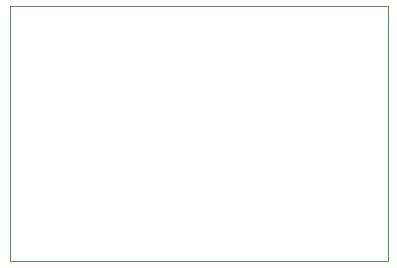
<source format=gbr>
%TF.GenerationSoftware,KiCad,Pcbnew,7.0.6*%
%TF.CreationDate,2024-04-01T13:07:51+03:00*%
%TF.ProjectId,SIM800 GPS Module,53494d38-3030-4204-9750-53204d6f6475,rev?*%
%TF.SameCoordinates,Original*%
%TF.FileFunction,Profile,NP*%
%FSLAX46Y46*%
G04 Gerber Fmt 4.6, Leading zero omitted, Abs format (unit mm)*
G04 Created by KiCad (PCBNEW 7.0.6) date 2024-04-01 13:07:51*
%MOMM*%
%LPD*%
G01*
G04 APERTURE LIST*
%TA.AperFunction,Profile*%
%ADD10C,0.050000*%
%TD*%
G04 APERTURE END LIST*
D10*
X120904000Y-75692000D02*
X152908000Y-75692000D01*
X152908000Y-97282000D01*
X120904000Y-97282000D01*
X120904000Y-75692000D01*
M02*

</source>
